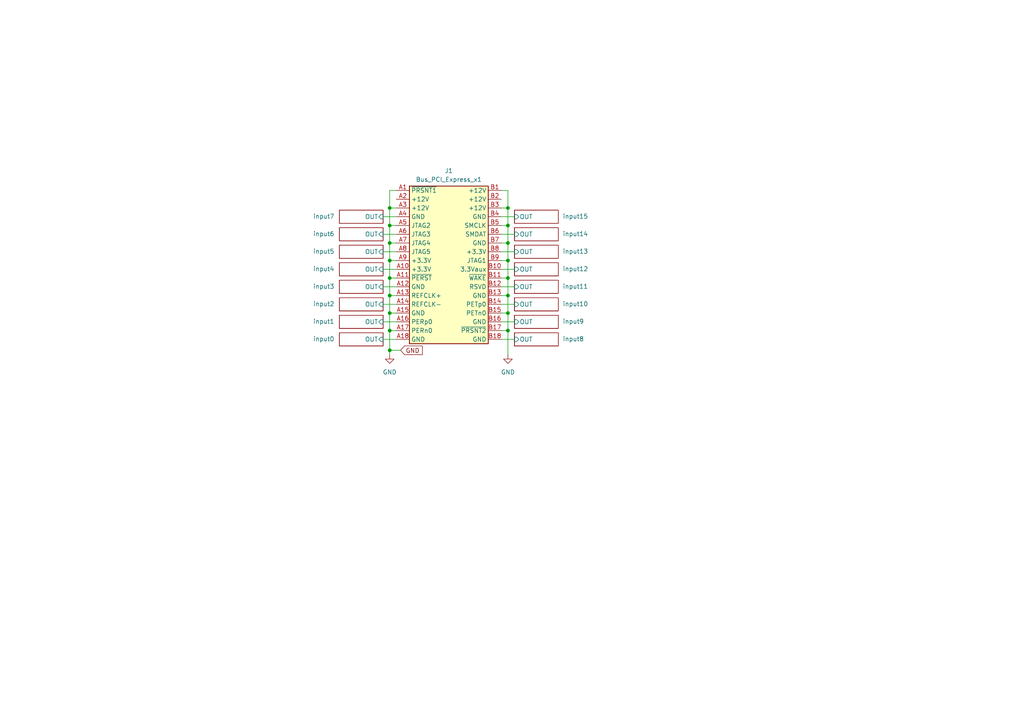
<source format=kicad_sch>
(kicad_sch (version 20221004) (generator eeschema)
  (paper "A4")
  (lib_symbols
    (symbol "pcie_x1:Bus_PCI_Express_x1"
      (property "Reference" "J1" (at 1.9559 -21.59 0))
      (property "Value" "Bus_PCI_Express_x1" (at 1.9559 -24.13 0))
      (symbol "Bus_PCI_Express_x1_0_1"
        (rectangle (start -11.43 22.86) (end 11.43 -22.86) (stroke (width 0.254)) (fill (type background)))
      )
      (symbol "Bus_PCI_Express_x1_1_1"
        (pin passive line (at -15.24 21.59 0) (length 3.81) (name "~{PRSNT1}") (number "A1"))
        (pin passive line (at -15.24 -1.27 0) (length 3.81) (name "+3.3V") (number "A10"))
        (pin input line (at -15.24 -3.81 0) (length 3.81) (name "~{PERST}") (number "A11"))
        (pin passive line (at -15.24 -6.35 0) (length 3.81) (name "GND") (number "A12"))
        (pin input line (at -15.24 -8.89 0) (length 3.81) (name "REFCLK+") (number "A13"))
        (pin input line (at -15.24 -11.43 0) (length 3.81) (name "REFCLK-") (number "A14"))
        (pin passive line (at -15.24 -13.97 0) (length 3.81) (name "GND") (number "A15"))
        (pin output line (at -15.24 -16.51 0) (length 3.81) (name "PERp0") (number "A16"))
        (pin output line (at -15.24 -19.05 0) (length 3.81) (name "PERn0") (number "A17"))
        (pin passive line (at -15.24 -21.59 0) (length 3.81) (name "GND") (number "A18"))
        (pin passive line (at -15.24 19.05 0) (length 3.81) (name "+12V") (number "A2"))
        (pin passive line (at -15.24 16.51 0) (length 3.81) (name "+12V") (number "A3"))
        (pin passive line (at -15.24 13.97 0) (length 3.81) (name "GND") (number "A4"))
        (pin input line (at -15.24 11.43 0) (length 3.81) (name "JTAG2") (number "A5"))
        (pin input line (at -15.24 8.89 0) (length 3.81) (name "JTAG3") (number "A6"))
        (pin output line (at -15.24 6.35 0) (length 3.81) (name "JTAG4") (number "A7"))
        (pin input line (at -15.24 3.81 0) (length 3.81) (name "JTAG5") (number "A8"))
        (pin passive line (at -15.24 1.27 0) (length 3.81) (name "+3.3V") (number "A9"))
        (pin power_in line (at 15.24 21.59 180) (length 3.81) (name "+12V") (number "B1"))
        (pin power_in line (at 15.24 -1.27 180) (length 3.81) (name "3.3Vaux") (number "B10"))
        (pin open_collector line (at 15.24 -3.81 180) (length 3.81) (name "~{WAKE}") (number "B11"))
        (pin passive line (at 15.24 -6.35 180) (length 3.81) (name "RSVD") (number "B12"))
        (pin passive line (at 15.24 -8.89 180) (length 3.81) (name "GND") (number "B13"))
        (pin input line (at 15.24 -11.43 180) (length 3.81) (name "PETp0") (number "B14"))
        (pin input line (at 15.24 -13.97 180) (length 3.81) (name "PETn0") (number "B15"))
        (pin passive line (at 15.24 -16.51 180) (length 3.81) (name "GND") (number "B16"))
        (pin passive line (at 15.24 -19.05 180) (length 3.81) (name "~{PRSNT2}") (number "B17"))
        (pin passive line (at 15.24 -21.59 180) (length 3.81) (name "GND") (number "B18"))
        (pin passive line (at 15.24 19.05 180) (length 3.81) (name "+12V") (number "B2"))
        (pin passive line (at 15.24 16.51 180) (length 3.81) (name "+12V") (number "B3"))
        (pin power_in line (at 15.24 13.97 180) (length 3.81) (name "GND") (number "B4"))
        (pin input line (at 15.24 11.43 180) (length 3.81) (name "SMCLK") (number "B5"))
        (pin bidirectional line (at 15.24 8.89 180) (length 3.81) (name "SMDAT") (number "B6"))
        (pin passive line (at 15.24 6.35 180) (length 3.81) (name "GND") (number "B7"))
        (pin power_in line (at 15.24 3.81 180) (length 3.81) (name "+3.3V") (number "B8"))
        (pin input line (at 15.24 1.27 180) (length 3.81) (name "JTAG1") (number "B9"))
      )
    )
    (symbol "power:GND" (power) (pin_names (offset 0))
      (property "Value" "GND" (at 0 -3.81 0))
      (symbol "GND_0_1"
        (polyline (pts (xy 0 0) (xy 0 -1.27) (xy 1.27 -1.27) (xy 0 -2.54) (xy -1.27 -1.27) (xy 0 -1.27)))
      )
      (symbol "GND_1_1"
        (pin power_in line (at 0 0 270) (length 0) hide (name "GND") (number "1"))
      )
    )
  )
  (junction (at 113.03 95.885))
  (junction (at 113.03 101.6))
  (junction (at 113.03 60.325))
  (junction (at 147.32 95.885))
  (junction (at 113.03 70.485))
  (junction (at 147.32 65.405))
  (junction (at 147.32 90.805))
  (junction (at 113.03 75.565))
  (junction (at 147.32 70.485))
  (junction (at 113.03 65.405))
  (junction (at 113.03 80.645))
  (junction (at 147.32 85.725))
  (junction (at 147.32 75.565))
  (junction (at 113.03 85.725))
  (junction (at 113.03 90.805))
  (junction (at 147.32 60.325))
  (junction (at 147.32 80.645))
  (wire (pts (xy 145.415 73.025) (xy 149.225 73.025)))
  (wire (pts (xy 147.32 85.725) (xy 147.32 90.805)))
  (wire (pts (xy 145.415 93.345) (xy 149.225 93.345)))
  (wire (pts (xy 145.415 67.945) (xy 149.225 67.945)))
  (wire (pts (xy 145.415 88.265) (xy 149.225 88.265)))
  (wire (pts (xy 111.125 93.345) (xy 114.935 93.345)))
  (wire (pts (xy 113.03 65.405) (xy 113.03 70.485)))
  (wire (pts (xy 113.03 80.645) (xy 113.03 85.725)))
  (wire (pts (xy 147.32 65.405) (xy 147.32 70.485)))
  (wire (pts (xy 111.125 98.425) (xy 114.935 98.425)))
  (wire (pts (xy 145.415 85.725) (xy 147.32 85.725)))
  (wire (pts (xy 147.32 95.885) (xy 145.415 95.885)))
  (wire (pts (xy 145.415 83.185) (xy 149.225 83.185)))
  (wire (pts (xy 113.03 101.6) (xy 116.205 101.6)))
  (wire (pts (xy 147.32 55.245) (xy 147.32 60.325)))
  (wire (pts (xy 145.415 60.325) (xy 147.32 60.325)))
  (wire (pts (xy 113.03 90.805) (xy 114.935 90.805)))
  (wire (pts (xy 113.03 60.325) (xy 113.03 65.405)))
  (wire (pts (xy 145.415 55.245) (xy 147.32 55.245)))
  (wire (pts (xy 147.32 75.565) (xy 147.32 80.645)))
  (wire (pts (xy 113.03 85.725) (xy 113.03 90.805)))
  (wire (pts (xy 145.415 70.485) (xy 147.32 70.485)))
  (wire (pts (xy 111.125 62.865) (xy 114.935 62.865)))
  (wire (pts (xy 113.03 101.6) (xy 113.03 102.87)))
  (wire (pts (xy 111.125 88.265) (xy 114.935 88.265)))
  (wire (pts (xy 111.125 67.945) (xy 114.935 67.945)))
  (wire (pts (xy 113.03 75.565) (xy 114.935 75.565)))
  (wire (pts (xy 113.03 70.485) (xy 114.935 70.485)))
  (wire (pts (xy 113.03 85.725) (xy 114.935 85.725)))
  (wire (pts (xy 113.03 70.485) (xy 113.03 75.565)))
  (wire (pts (xy 147.32 95.885) (xy 147.32 102.87)))
  (wire (pts (xy 145.415 65.405) (xy 147.32 65.405)))
  (wire (pts (xy 113.03 65.405) (xy 114.935 65.405)))
  (wire (pts (xy 113.03 95.885) (xy 113.03 101.6)))
  (wire (pts (xy 145.415 90.805) (xy 147.32 90.805)))
  (wire (pts (xy 113.03 75.565) (xy 113.03 80.645)))
  (wire (pts (xy 145.415 75.565) (xy 147.32 75.565)))
  (wire (pts (xy 111.125 78.105) (xy 114.935 78.105)))
  (wire (pts (xy 145.415 80.645) (xy 147.32 80.645)))
  (wire (pts (xy 147.32 80.645) (xy 147.32 85.725)))
  (wire (pts (xy 113.03 90.805) (xy 113.03 95.885)))
  (wire (pts (xy 114.935 55.245) (xy 113.03 55.245)))
  (wire (pts (xy 145.415 98.425) (xy 149.225 98.425)))
  (wire (pts (xy 111.125 73.025) (xy 114.935 73.025)))
  (wire (pts (xy 113.03 60.325) (xy 114.935 60.325)))
  (wire (pts (xy 147.32 70.485) (xy 147.32 75.565)))
  (wire (pts (xy 113.03 80.645) (xy 114.935 80.645)))
  (wire (pts (xy 147.32 60.325) (xy 147.32 65.405)))
  (wire (pts (xy 145.415 78.105) (xy 149.225 78.105)))
  (wire (pts (xy 113.03 55.245) (xy 113.03 60.325)))
  (wire (pts (xy 111.125 83.185) (xy 114.935 83.185)))
  (wire (pts (xy 113.03 95.885) (xy 114.935 95.885)))
  (wire (pts (xy 147.32 90.805) (xy 147.32 95.885)))
  (wire (pts (xy 145.415 62.865) (xy 149.225 62.865)))
  (global_label "GND" (shape input) (at 116.205 101.6 0) (property "Intersheetrefs" "${INTERSHEET_REFS}" (effects hide)))
  (symbol (lib_id "pcie_x1:Bus_PCI_Express_x1") (at 130.175 76.835 0) (unit 1)
    (property "Reference" "J1" (at 130.175 49.53 0))
    (property "Value" "Bus_PCI_Express_x1" (at 130.175 52.07 0))
    (property "Footprint" "Connector_PCBEdge:BUS_PCIexpress_x1" (effects hide))
    (property "Datasheet" "http://www.ritrontek.com/uploadfile/2016/1026/20161026105231124.pdf#page=63" (effects hide))
  )
  (symbol (lib_id "power:GND") (at 113.03 102.87 0) (unit 1)
    (property "Reference" "#PWR016" (effects hide))
    (property "Value" "GND" (at 113.03 107.95 0))
  )
  (symbol (lib_id "power:GND") (at 147.32 102.87 0) (unit 1)
    (property "Reference" "#PWR017" (effects hide))
    (property "Value" "GND" (at 147.32 107.95 0))
  )
  (sheet (at 149.225 81.28) (size 12.7 3.81) (stroke (width 0.1524))
    (property "Sheetname" "input11" (at 163.195 83.82 0) (effects (justify left bottom)))
    (property "Sheetfile" "input.kicad_sch" (effects hide))
    (pin "OUT" input (at 149.225 83.185 180))
  )
  (sheet (at 98.425 86.36) (size 12.7 3.81) (stroke (width 0.1524))
    (property "Sheetname" "input2" (at 90.805 88.9 0) (effects (justify left bottom)))
    (property "Sheetfile" "input.kicad_sch" (effects hide))
    (pin "OUT" input (at 111.125 88.265 0))
  )
  (sheet (at 149.225 71.12) (size 12.7 3.81) (stroke (width 0.1524))
    (property "Sheetname" "input13" (at 163.195 73.66 0) (effects (justify left bottom)))
    (property "Sheetfile" "input.kicad_sch" (effects hide))
    (pin "OUT" input (at 149.225 73.025 180))
  )
  (sheet (at 149.225 86.36) (size 12.7 3.81) (stroke (width 0.1524))
    (property "Sheetname" "input10" (at 163.195 88.9 0) (effects (justify left bottom)))
    (property "Sheetfile" "input.kicad_sch" (effects hide))
    (pin "OUT" input (at 149.225 88.265 180))
  )
  (sheet (at 149.225 60.96) (size 12.7 3.81) (stroke (width 0.1524))
    (property "Sheetname" "input15" (at 163.195 63.5 0) (effects (justify left bottom)))
    (property "Sheetfile" "input.kicad_sch" (effects hide))
    (pin "OUT" input (at 149.225 62.865 180))
  )
  (sheet (at 98.425 60.96) (size 12.7 3.81) (stroke (width 0.1524))
    (property "Sheetname" "input7" (at 90.805 63.5 0) (effects (justify left bottom)))
    (property "Sheetfile" "input.kicad_sch" (effects hide))
    (pin "OUT" input (at 111.125 62.865 0))
  )
  (sheet (at 149.225 91.44) (size 12.7 3.81) (stroke (width 0.1524))
    (property "Sheetname" "input9" (at 163.195 93.98 0) (effects (justify left bottom)))
    (property "Sheetfile" "input.kicad_sch" (effects hide))
    (pin "OUT" input (at 149.225 93.345 180))
  )
  (sheet (at 149.225 76.2) (size 12.7 3.81) (stroke (width 0.1524))
    (property "Sheetname" "input12" (at 163.195 78.74 0) (effects (justify left bottom)))
    (property "Sheetfile" "input.kicad_sch" (effects hide))
    (pin "OUT" input (at 149.225 78.105 180))
  )
  (sheet (at 98.425 66.04) (size 12.7 3.81) (stroke (width 0.1524))
    (property "Sheetname" "input6" (at 90.805 68.58 0) (effects (justify left bottom)))
    (property "Sheetfile" "input.kicad_sch" (effects hide))
    (pin "OUT" input (at 111.125 67.945 0))
  )
  (sheet (at 98.425 91.44) (size 12.7 3.81) (stroke (width 0.1524))
    (property "Sheetname" "input1" (at 90.805 93.98 0) (effects (justify left bottom)))
    (property "Sheetfile" "input.kicad_sch" (effects hide))
    (pin "OUT" input (at 111.125 93.345 0))
  )
  (sheet (at 149.225 66.04) (size 12.7 3.81) (stroke (width 0.1524))
    (property "Sheetname" "input14" (at 163.195 68.58 0) (effects (justify left bottom)))
    (property "Sheetfile" "input.kicad_sch" (effects hide))
    (pin "OUT" input (at 149.225 67.945 180))
  )
  (sheet (at 98.425 76.2) (size 12.7 3.81) (stroke (width 0.1524))
    (property "Sheetname" "input4" (at 90.805 78.74 0) (effects (justify left bottom)))
    (property "Sheetfile" "input.kicad_sch" (effects hide))
    (pin "OUT" input (at 111.125 78.105 0))
  )
  (sheet (at 98.425 81.28) (size 12.7 3.81) (stroke (width 0.1524))
    (property "Sheetname" "input3" (at 90.805 83.82 0) (effects (justify left bottom)))
    (property "Sheetfile" "input.kicad_sch" (effects hide))
    (pin "OUT" input (at 111.125 83.185 0))
  )
  (sheet (at 98.425 96.52) (size 12.7 3.81) (stroke (width 0.1524))
    (property "Sheetname" "input0" (at 90.805 99.06 0) (effects (justify left bottom)))
    (property "Sheetfile" "input.kicad_sch" (effects hide))
    (pin "OUT" input (at 111.125 98.425 0))
  )
  (sheet (at 98.425 71.12) (size 12.7 3.81) (stroke (width 0.1524))
    (property "Sheetname" "input5" (at 90.805 73.66 0) (effects (justify left bottom)))
    (property "Sheetfile" "input.kicad_sch" (effects hide))
    (pin "OUT" input (at 111.125 73.025 0))
  )
  (sheet (at 149.225 96.52) (size 12.7 3.81) (stroke (width 0.1524))
    (property "Sheetname" "input8" (at 163.195 99.06 0) (effects (justify left bottom)))
    (property "Sheetfile" "input.kicad_sch" (effects hide))
    (pin "OUT" input (at 149.225 98.425 180))
  )
)
</source>
